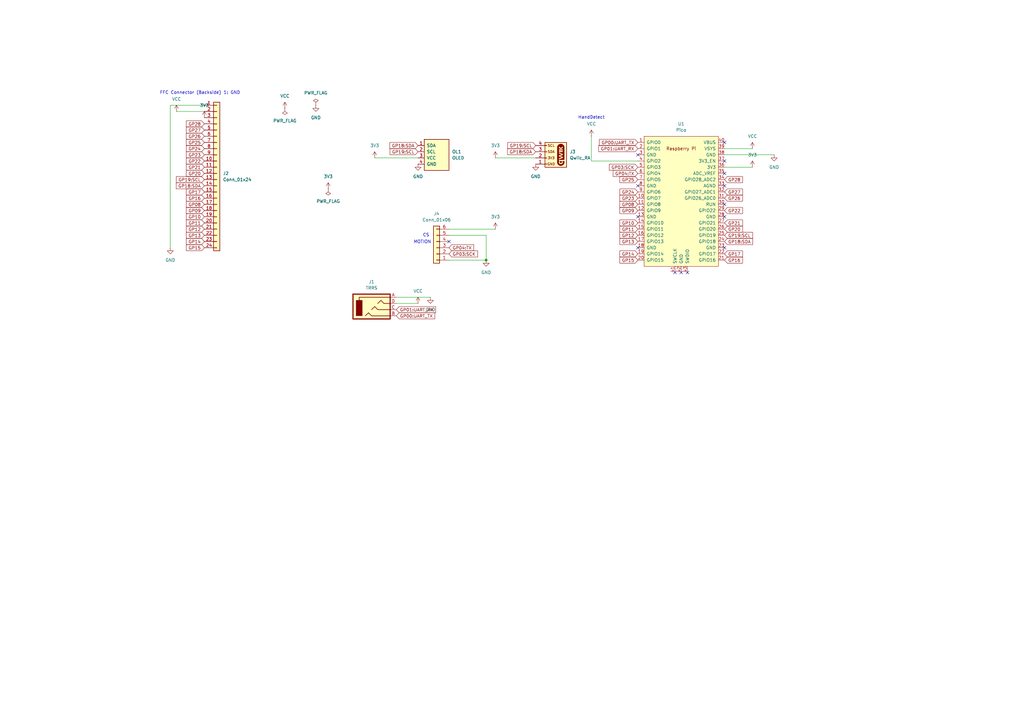
<source format=kicad_sch>
(kicad_sch (version 20250114) (generator "eeschema") (generator_version "9.0")
  (paper "A3")
  (lib_symbols
    (symbol "BrownSugar_KBD:OLED" (pin_names (offset 1.016))
      (property "Reference" "OL" (at 0 7.62 0))
      (property "Value" "OLED" (at 0 -7.62 0))
      (symbol "OLED_0_1"
        (rectangle (start -5.08 6.35) (end 5.08 -6.35) (stroke (width 0.254)) (fill (type background)))
      )
      (symbol "OLED_1_1"
        (pin bidirectional line (at -7.62 3.81 0) (length 2.54) (name "SDA") (number "1"))
        (pin bidirectional line (at -7.62 1.27 0) (length 2.54) (name "SCL") (number "2"))
        (pin power_in line (at -7.62 -1.27 0) (length 2.54) (name "VCC") (number "3"))
        (pin power_in line (at -7.62 -3.81 0) (length 2.54) (name "GND") (number "4"))
      )
    )
    (symbol "BrownSugar_KBD:TRRS" (pin_names (offset 1.016))
      (property "Reference" "J" (at 0 8.89 0))
      (property "Value" "TRRS" (at 0 6.35 0))
      (symbol "TRRS_0_1"
        (rectangle (start -7.62 5.08) (end 7.62 -5.08) (stroke (width 0.508)) (fill (type background)))
        (rectangle (start -6.35 2.54) (end -3.81 -3.81) (stroke (width 0.127)) (fill (type outline)))
        (polyline (pts (xy 7.62 3.81) (xy -5.08 3.81) (xy -5.08 2.54)) (stroke (width 0.254)))
        (polyline (pts (xy 7.62 1.27) (xy 5.08 1.27) (xy 3.81 2.54) (xy 2.54 1.27)) (stroke (width 0.254)))
        (polyline (pts (xy 7.62 -1.27) (xy 2.54 -1.27) (xy 1.27 0) (xy 0 -1.27)) (stroke (width 0.254)))
        (polyline (pts (xy 7.62 -3.81) (xy 0 -3.81) (xy -1.27 -2.54) (xy -2.54 -3.81)) (stroke (width 0.254)))
      )
      (symbol "TRRS_1_1"
        (pin bidirectional line (at 10.16 3.81 180) (length 2.54) (name "~") (number "A"))
        (pin bidirectional line (at 10.16 1.27 180) (length 2.54) (name "~") (number "D"))
        (pin bidirectional line (at 10.16 -1.27 180) (length 2.54) (name "~") (number "C"))
        (pin bidirectional line (at 10.16 -3.81 180) (length 2.54) (name "~") (number "B"))
      )
    )
    (symbol "Connector_Generic:Conn_01x06" (pin_names (offset 1.016) (hide yes))
      (property "Reference" "J" (at 0 7.62 0))
      (property "Value" "Conn_01x06" (at 0 -10.16 0))
      (symbol "Conn_01x06_1_1"
        (rectangle (start -1.27 6.35) (end 1.27 -8.89) (stroke (width 0.254)) (fill (type background)))
        (rectangle (start -1.27 5.207) (end 0 4.953) (stroke (width 0.1524)))
        (rectangle (start -1.27 2.667) (end 0 2.413) (stroke (width 0.1524)))
        (rectangle (start -1.27 0.127) (end 0 -0.127) (stroke (width 0.1524)))
        (rectangle (start -1.27 -2.413) (end 0 -2.667) (stroke (width 0.1524)))
        (rectangle (start -1.27 -4.953) (end 0 -5.207) (stroke (width 0.1524)))
        (rectangle (start -1.27 -7.493) (end 0 -7.747) (stroke (width 0.1524)))
        (pin passive line (at -5.08 5.08 0) (length 3.81) (name "Pin_1") (number "1"))
        (pin passive line (at -5.08 2.54 0) (length 3.81) (name "Pin_2") (number "2"))
        (pin passive line (at -5.08 0 0) (length 3.81) (name "Pin_3") (number "3"))
        (pin passive line (at -5.08 -2.54 0) (length 3.81) (name "Pin_4") (number "4"))
        (pin passive line (at -5.08 -5.08 0) (length 3.81) (name "Pin_5") (number "5"))
        (pin passive line (at -5.08 -7.62 0) (length 3.81) (name "Pin_6") (number "6"))
      )
    )
    (symbol "Connector_Generic:Conn_01x24" (pin_names (offset 1.016) (hide yes))
      (property "Reference" "J" (at 0 30.48 0))
      (property "Value" "Conn_01x24" (at 0 -33.02 0))
      (symbol "Conn_01x24_1_1"
        (rectangle (start -1.27 29.21) (end 1.27 -31.75) (stroke (width 0.254)) (fill (type background)))
        (rectangle (start -1.27 28.067) (end 0 27.813) (stroke (width 0.1524)))
        (rectangle (start -1.27 25.527) (end 0 25.273) (stroke (width 0.1524)))
        (rectangle (start -1.27 22.987) (end 0 22.733) (stroke (width 0.1524)))
        (rectangle (start -1.27 20.447) (end 0 20.193) (stroke (width 0.1524)))
        (rectangle (start -1.27 17.907) (end 0 17.653) (stroke (width 0.1524)))
        (rectangle (start -1.27 15.367) (end 0 15.113) (stroke (width 0.1524)))
        (rectangle (start -1.27 12.827) (end 0 12.573) (stroke (width 0.1524)))
        (rectangle (start -1.27 10.287) (end 0 10.033) (stroke (width 0.1524)))
        (rectangle (start -1.27 7.747) (end 0 7.493) (stroke (width 0.1524)))
        (rectangle (start -1.27 5.207) (end 0 4.953) (stroke (width 0.1524)))
        (rectangle (start -1.27 2.667) (end 0 2.413) (stroke (width 0.1524)))
        (rectangle (start -1.27 0.127) (end 0 -0.127) (stroke (width 0.1524)))
        (rectangle (start -1.27 -2.413) (end 0 -2.667) (stroke (width 0.1524)))
        (rectangle (start -1.27 -4.953) (end 0 -5.207) (stroke (width 0.1524)))
        (rectangle (start -1.27 -7.493) (end 0 -7.747) (stroke (width 0.1524)))
        (rectangle (start -1.27 -10.033) (end 0 -10.287) (stroke (width 0.1524)))
        (rectangle (start -1.27 -12.573) (end 0 -12.827) (stroke (width 0.1524)))
        (rectangle (start -1.27 -15.113) (end 0 -15.367) (stroke (width 0.1524)))
        (rectangle (start -1.27 -17.653) (end 0 -17.907) (stroke (width 0.1524)))
        (rectangle (start -1.27 -20.193) (end 0 -20.447) (stroke (width 0.1524)))
        (rectangle (start -1.27 -22.733) (end 0 -22.987) (stroke (width 0.1524)))
        (rectangle (start -1.27 -25.273) (end 0 -25.527) (stroke (width 0.1524)))
        (rectangle (start -1.27 -27.813) (end 0 -28.067) (stroke (width 0.1524)))
        (rectangle (start -1.27 -30.353) (end 0 -30.607) (stroke (width 0.1524)))
        (pin passive line (at -5.08 27.94 0) (length 3.81) (name "Pin_1") (number "1"))
        (pin passive line (at -5.08 25.4 0) (length 3.81) (name "Pin_2") (number "2"))
        (pin passive line (at -5.08 22.86 0) (length 3.81) (name "Pin_3") (number "3"))
        (pin passive line (at -5.08 20.32 0) (length 3.81) (name "Pin_4") (number "4"))
        (pin passive line (at -5.08 17.78 0) (length 3.81) (name "Pin_5") (number "5"))
        (pin passive line (at -5.08 15.24 0) (length 3.81) (name "Pin_6") (number "6"))
        (pin passive line (at -5.08 12.7 0) (length 3.81) (name "Pin_7") (number "7"))
        (pin passive line (at -5.08 10.16 0) (length 3.81) (name "Pin_8") (number "8"))
        (pin passive line (at -5.08 7.62 0) (length 3.81) (name "Pin_9") (number "9"))
        (pin passive line (at -5.08 5.08 0) (length 3.81) (name "Pin_10") (number "10"))
        (pin passive line (at -5.08 2.54 0) (length 3.81) (name "Pin_11") (number "11"))
        (pin passive line (at -5.08 0 0) (length 3.81) (name "Pin_12") (number "12"))
        (pin passive line (at -5.08 -2.54 0) (length 3.81) (name "Pin_13") (number "13"))
        (pin passive line (at -5.08 -5.08 0) (length 3.81) (name "Pin_14") (number "14"))
        (pin passive line (at -5.08 -7.62 0) (length 3.81) (name "Pin_15") (number "15"))
        (pin passive line (at -5.08 -10.16 0) (length 3.81) (name "Pin_16") (number "16"))
        (pin passive line (at -5.08 -12.7 0) (length 3.81) (name "Pin_17") (number "17"))
        (pin passive line (at -5.08 -15.24 0) (length 3.81) (name "Pin_18") (number "18"))
        (pin passive line (at -5.08 -17.78 0) (length 3.81) (name "Pin_19") (number "19"))
        (pin passive line (at -5.08 -20.32 0) (length 3.81) (name "Pin_20") (number "20"))
        (pin passive line (at -5.08 -22.86 0) (length 3.81) (name "Pin_21") (number "21"))
        (pin passive line (at -5.08 -25.4 0) (length 3.81) (name "Pin_22") (number "22"))
        (pin passive line (at -5.08 -27.94 0) (length 3.81) (name "Pin_23") (number "23"))
        (pin passive line (at -5.08 -30.48 0) (length 3.81) (name "Pin_24") (number "24"))
      )
    )
    (symbol "RPi_Pico:Pico" (pin_names (offset 1.016))
      (property "Reference" "U" (at -13.97 27.94 0))
      (property "Value" "Pico" (at 0 19.05 0))
      (symbol "Pico_0_0"
        (text "Raspberry Pi" (at 0 21.59 0) (effects (font (size 1.27 1.27))))
      )
      (symbol "Pico_0_1"
        (rectangle (start -15.24 26.67) (end 15.24 -26.67) (fill (type background)))
      )
      (symbol "Pico_1_1"
        (pin bidirectional line (at -17.78 24.13 0) (length 2.54) (name "GPIO0") (number "1"))
        (pin bidirectional line (at -17.78 21.59 0) (length 2.54) (name "GPIO1") (number "2"))
        (pin power_in line (at -17.78 19.05 0) (length 2.54) (name "GND") (number "3"))
        (pin bidirectional line (at -17.78 16.51 0) (length 2.54) (name "GPIO2") (number "4"))
        (pin bidirectional line (at -17.78 13.97 0) (length 2.54) (name "GPIO3") (number "5"))
        (pin bidirectional line (at -17.78 11.43 0) (length 2.54) (name "GPIO4") (number "6"))
        (pin bidirectional line (at -17.78 8.89 0) (length 2.54) (name "GPIO5") (number "7"))
        (pin power_in line (at -17.78 6.35 0) (length 2.54) (name "GND") (number "8"))
        (pin bidirectional line (at -17.78 3.81 0) (length 2.54) (name "GPIO6") (number "9"))
        (pin bidirectional line (at -17.78 1.27 0) (length 2.54) (name "GPIO7") (number "10"))
        (pin bidirectional line (at -17.78 -1.27 0) (length 2.54) (name "GPIO8") (number "11"))
        (pin bidirectional line (at -17.78 -3.81 0) (length 2.54) (name "GPIO9") (number "12"))
        (pin power_in line (at -17.78 -6.35 0) (length 2.54) (name "GND") (number "13"))
        (pin bidirectional line (at -17.78 -8.89 0) (length 2.54) (name "GPIO10") (number "14"))
        (pin bidirectional line (at -17.78 -11.43 0) (length 2.54) (name "GPIO11") (number "15"))
        (pin bidirectional line (at -17.78 -13.97 0) (length 2.54) (name "GPIO12") (number "16"))
        (pin bidirectional line (at -17.78 -16.51 0) (length 2.54) (name "GPIO13") (number "17"))
        (pin power_in line (at -17.78 -19.05 0) (length 2.54) (name "GND") (number "18"))
        (pin bidirectional line (at -17.78 -21.59 0) (length 2.54) (name "GPIO14") (number "19"))
        (pin bidirectional line (at -17.78 -24.13 0) (length 2.54) (name "GPIO15") (number "20"))
        (pin input line (at -2.54 -29.21 90) (length 2.54) (name "SWCLK") (number "41"))
        (pin power_in line (at 0 -29.21 90) (length 2.54) (name "GND") (number "42"))
        (pin bidirectional line (at 2.54 -29.21 90) (length 2.54) (name "SWDIO") (number "43"))
        (pin unspecified line (at 17.78 24.13 180) (length 2.54) (name "VBUS") (number "40"))
        (pin unspecified line (at 17.78 21.59 180) (length 2.54) (name "VSYS") (number "39"))
        (pin bidirectional line (at 17.78 19.05 180) (length 2.54) (name "GND") (number "38"))
        (pin input line (at 17.78 16.51 180) (length 2.54) (name "3V3_EN") (number "37"))
        (pin unspecified line (at 17.78 13.97 180) (length 2.54) (name "3V3") (number "36"))
        (pin unspecified line (at 17.78 11.43 180) (length 2.54) (name "ADC_VREF") (number "35"))
        (pin bidirectional line (at 17.78 8.89 180) (length 2.54) (name "GPIO28_ADC2") (number "34"))
        (pin power_in line (at 17.78 6.35 180) (length 2.54) (name "AGND") (number "33"))
        (pin bidirectional line (at 17.78 3.81 180) (length 2.54) (name "GPIO27_ADC1") (number "32"))
        (pin bidirectional line (at 17.78 1.27 180) (length 2.54) (name "GPIO26_ADC0") (number "31"))
        (pin input line (at 17.78 -1.27 180) (length 2.54) (name "RUN") (number "30"))
        (pin bidirectional line (at 17.78 -3.81 180) (length 2.54) (name "GPIO22") (number "29"))
        (pin power_in line (at 17.78 -6.35 180) (length 2.54) (name "GND") (number "28"))
        (pin bidirectional line (at 17.78 -8.89 180) (length 2.54) (name "GPIO21") (number "27"))
        (pin bidirectional line (at 17.78 -11.43 180) (length 2.54) (name "GPIO20") (number "26"))
        (pin bidirectional line (at 17.78 -13.97 180) (length 2.54) (name "GPIO19") (number "25"))
        (pin bidirectional line (at 17.78 -16.51 180) (length 2.54) (name "GPIO18") (number "24"))
        (pin power_in line (at 17.78 -19.05 180) (length 2.54) (name "GND") (number "23"))
        (pin bidirectional line (at 17.78 -21.59 180) (length 2.54) (name "GPIO17") (number "22"))
        (pin bidirectional line (at 17.78 -24.13 180) (length 2.54) (name "GPIO16") (number "21"))
      )
    )
    (symbol "SparkFun-Connector:Qwiic_Right_Angle" (pin_names (offset 1.016) (hide yes))
      (property "Reference" "J" (at 0 5.08 0))
      (property "Value" "Qwiic_RA" (at 0 -7.62 0))
      (symbol "Qwiic_Right_Angle_0_0"
        (polyline (pts (xy 5.6514 -4.1459) (xy 5.6299 -4.0654) (xy 5.5924 -3.9985) (xy 5.5373 -3.9428) (xy 5.4632 -3.8962) (xy 5.4394 -3.8843) (xy 5.402 -3.8678) (xy 5.3681 -3.8578) (xy 5.3294 -3.8521) (xy 5.2774 -3.8485) (xy 5.2184 -3.8474) (xy 5.1227 -3.8564) (xy 5.0405 -3.8803) (xy 4.9695 -3.9199) (xy 4.9078 -3.9759) (xy 4.8937 -3.9923) (xy 4.8535 -4.0549) (xy 4.8308 -4.124) (xy 4.8237 -4.2048) (xy 4.8239 -4.222) (xy 4.8343 -4.3011) (xy 4.8608 -4.3692) (xy 4.9051 -4.4308) (xy 4.9328 -4.4589) (xy 5.0009 -4.509) (xy 5.0793 -4.5424) (xy 5.1699 -4.5595) (xy 5.2745 -4.5612) (xy 5.3262 -4.5564) (xy 5.4199 -4.5347) (xy 5.4992 -4.4971) (xy 5.5638 -4.444) (xy 5.6131 -4.3757) (xy 5.6467 -4.2926) (xy 5.65 -4.2788) (xy 5.656 -4.2325) (xy 5.6563 -4.1875) (xy 5.6514 -4.1459)) (stroke (width 0.01)) (fill (type outline)))
        (polyline (pts (xy 6.6693 -0.6791) (xy 6.666 1.9332) (xy 6.6418 2.0386) (xy 6.6301 2.0866) (xy 6.5791 2.2527) (xy 6.5141 2.404) (xy 6.4337 2.5432) (xy 6.3364 2.673) (xy 6.2208 2.7959) (xy 6.1699 2.8428) (xy 6.0305 2.9527) (xy 5.8839 3.0422) (xy 5.7295 3.1115) (xy 5.5668 3.1608) (xy 5.3953 3.1902) (xy 5.2146 3.1999) (xy 5.1695 3.1994) (xy 5.0056 3.1868) (xy 4.8507 3.1568) (xy 4.7006 3.1083) (xy 4.5508 3.0404) (xy 4.5104 3.0187) (xy 4.3609 2.9237) (xy 4.2262 2.8129) (xy 4.1067 2.6872) (xy 4.0032 2.5475) (xy 3.9162 2.3947) (xy 3.8466 2.2295) (xy 3.7947 2.0528) (xy 3.7931 2.0453) (xy 3.7912 2.0356) (xy 3.7895 2.0242) (xy 3.7879 2.0106) (xy 3.7864 1.9938) (xy 3.785 1.9733) (xy 3.7837 1.9481) (xy 3.7825 1.9176) (xy 3.7815 1.8811) (xy 3.7805 1.8377) (xy 3.7796 1.7868) (xy 3.7789 1.7275) (xy 3.7781 1.6592) (xy 3.7775 1.5811) (xy 3.777 1.4925) (xy 3.7765 1.3925) (xy 3.7761 1.2805) (xy 3.7757 1.1557) (xy 3.7754 1.0174) (xy 3.7751 0.8648) (xy 3.7749 0.6972) (xy 3.7748 0.5138) (xy 3.7746 0.3139) (xy 3.7745 0.0967) (xy 3.7745 -0.1385) (xy 3.7744 -0.3925) (xy 3.7744 -0.666) (xy 3.7744 -0.9597) (xy 3.7744 -1.2744) (xy 3.7744 -4.5147) (xy 3.8041 -4.6318) (xy 3.8237 -4.7026) (xy 3.8837 -4.868) (xy 3.9606 -5.0206) (xy 4.0556 -5.1623) (xy 4.1695 -5.2947) (xy 4.2945 -5.4115) (xy 4.4355 -5.5159) (xy 4.5859 -5.6007) (xy 4.7459 -5.6661) (xy 4.916 -5.7122) (xy 5.0965 -5.7394) (xy 5.2571 -5.7442) (xy 5.4226 -5.7293) (xy 5.5891 -5.6949) (xy 5.7533 -5.6416) (xy 5.8236 -5.6121) (xy 5.9729 -5.5329) (xy 6.1112 -5.4365) (xy 6.237 -5.3244) (xy 6.3494 -5.1984) (xy 6.4469 -5.0601) (xy 6.5284 -4.9112) (xy 6.5926 -4.7532) (xy 6.6384 -4.5879) (xy 6.6645 -4.4168) (xy 6.6652 -4.405) (xy 6.6664 -4.3703) (xy 6.6676 -4.3199) (xy 6.6687 -4.2572) (xy 6.6696 -4.1859) (xy 6.6703 -4.1097) (xy 6.6721 -3.846) (xy 6.2655 -3.846) (xy 5.8589 -3.846) (xy 5.9219 -3.9104) (xy 5.9349 -3.9241) (xy 6.0001 -4.0112) (xy 6.0471 -4.1097) (xy 6.0754 -4.2189) (xy 6.085 -4.338) (xy 6.0781 -4.4509) (xy 6.0523 -4.5755) (xy 6.0066 -4.6941) (xy 5.952 -4.7864) (xy 5.8765 -4.8752) (xy 5.7858 -4.9517) (xy 5.6826 -5.0132) (xy 5.6313 -5.0372) (xy 5.5644 -5.0638) (xy 5.4981 -5.0834) (xy 5.4249 -5.0981) (xy 5.3375 -5.1098) (xy 5.2452 -5.1158) (xy 5.122 -5.1113) (xy 5.0004 -5.0938) (xy 4.8864 -5.0641) (xy 4.7856 -5.0232) (xy 4.6831 -4.9619) (xy 4.5878 -4.8817) (xy 4.5089 -4.7878) (xy 4.4472 -4.6811) (xy 4.4036 -4.5627) (xy 4.4031 -4.5611) (xy 4.3912 -4.4987) (xy 4.3845 -4.4244) (xy 4.3831 -4.3446) (xy 4.3869 -4.2661) (xy 4.3957 -4.1956) (xy 4.4094 -4.1396) (xy 4.4322 -4.082) (xy 4.485 -3.9879) (xy 4.5552 -3.9031) (xy 4.6109 -3.846) (xy 4.5052 -3.846) (xy 4.3996 -3.846) (xy 4.3996 -3.5687) (xy 4.3996 -3.2914) (xy 4.405 -3.2914) (xy 4.405 -3.2023) (xy 4.4021 -2.9296) (xy 4.4018 -2.8964) (xy 4.4015 -2.8076) (xy 4.4023 -2.7393) (xy 4.4041 -2.6908) (xy 4.407 -2.6611) (xy 4.4111 -2.6495) (xy 4.4137 -2.6484) (xy 4.434 -2.6418) (xy 4.4723 -2.6298) (xy 4.5268 -2.6132) (xy 4.5954 -2.5924) (xy 4.6761 -2.5683) (xy 4.767 -2.5412) (xy 4.866 -2.5118) (xy 4.9713 -2.4808) (xy 5.0173 -2.4672) (xy 5.119 -2.4369) (xy 5.2131 -2.4086) (xy 5.2977 -2.3828) (xy 5.3709 -2.3601) (xy 5.4307 -2.3411) (xy 5.4753 -2.3264) (xy 5.5029 -2.3166) (xy 5.5114 -2.3123) (xy 5.505 -2.3098) (xy 5.4796 -2.3016) (xy 5.4371 -2.2885) (xy 5.3794 -2.2711) (xy 5.3088 -2.2502) (xy 5.2275 -2.2264) (xy 5.1375 -2.2002) (xy 5.0411 -2.1724) (xy 4.9851 -2.1562) (xy 4.8864 -2.1278) (xy 4.7926 -2.1007) (xy 4.7062 -2.0757) (xy 4.63 -2.0536) (xy 4.5666 -2.0351) (xy 4.5187 -2.0211) (xy 4.4891 -2.0123) (xy 4.3992 -1.9852) (xy 4.4021 -1.7229) (xy 4.405 -1.4606) (xy 4.5844 -1.4084) (xy 4.6163 -1.3992) (xy 4.7739 -1.3533) (xy 4.9121 -1.3131) (xy 5.0321 -1.278) (xy 5.1352 -1.2478) (xy 5.2224 -1.2221) (xy 5.2951 -1.2004) (xy 5.3545 -1.1824) (xy 5.4018 -1.1676) (xy 5.4382 -1.1558) (xy 5.465 -1.1465) (xy 5.4834 -1.1392) (xy 5.4945 -1.1338) (xy 5.4997 -1.1296) (xy 5.5001 -1.1264) (xy 5.497 -1.1238) (xy 5.4915 -1.1214) (xy 5.4896 -1.1207) (xy 5.4687 -1.114) (xy 5.4296 -1.1019) (xy 5.3743 -1.0851) (xy 5.3049 -1.0643) (xy 5.2237 -1.04) (xy 5.1326 -1.013) (xy 5.0339 -0.9838) (xy 4.9297 -0.9531) (xy 4.3996 -0.7973) (xy 4.3996 -0.533) (xy 4.3997 -0.479) (xy 4.4004 -0.4111) (xy 4.4015 -0.3532) (xy 4.4029 -0.3082) (xy 4.4047 -0.279) (xy 4.4066 -0.2687) (xy 4.409 -0.2694) (xy 4.4284 -0.2761) (xy 4.4661 -0.2895) (xy 4.5204 -0.309) (xy 4.5899 -0.3341) (xy 4.6729 -0.3642) (xy 4.7681 -0.3988) (xy 4.8737 -0.4372) (xy 4.9883 -0.479) (xy 5.1104 -0.5236) (xy 5.2384 -0.5703) (xy 6.0632 -0.872) (xy 6.0632 -0.1926) (xy 5.2314 -0.1926) (xy 4.3996 -0.1926) (xy 4.3996 0.0793) (xy 4.3996 0.3511) (xy 5.2314 0.3511) (xy 6.0632 0.3511) (xy 6.0632 0.4598) (xy 5.2314 0.4598) (xy 4.3996 0.4598) (xy 4.3996 0.7317) (xy 4.3996 1.0035) (xy 5.2314 1.0035) (xy 5.2368 1.0035) (xy 5.2368 1.1177) (xy 5.1465 1.1192) (xy 5.0667 1.1248) (xy 4.9975 1.1357) (xy 4.9332 1.1532) (xy 4.8683 1.1784) (xy 4.7971 1.2126) (xy 4.7662 1.2298) (xy 4.6808 1.2903) (xy 4.6008 1.3651) (xy 4.5314 1.4489) (xy 4.4781 1.5363) (xy 4.4686 1.5557) (xy 4.4306 1.6462) (xy 4.4052 1.7353) (xy 4.3905 1.8304) (xy 4.385 1.9386) (xy 4.3833 2.0745) (xy 4.6089 2.0775) (xy 4.8345 2.0804) (xy 4.8348 1.9959) (xy 4.8368 1.9483) (xy 4.8488 1.8858) (xy 4.8738 1.8316) (xy 4.9144 1.7788) (xy 4.9734 1.7289) (xy 5.0458 1.6921) (xy 5.1277 1.6689) (xy 5.215 1.6593) (xy 5.3038 1.6635) (xy 5.3902 1.6815) (xy 5.4702 1.7136) (xy 5.54 1.7597) (xy 5.5733 1.7923) (xy 5.6073 1.844) (xy 5.628 1.9066) (xy 5.6372 1.9843) (xy 5.6418 2.0804) (xy 5.8607 2.0775) (xy 6.0795 2.0745) (xy 6.0811 1.9712) (xy 6.0811 1.9207) (xy 6.0739 1.8134) (xy 6.0554 1.7157) (xy 6.024 1.6204) (xy 5.9781 1.5204) (xy 5.9341 1.4457) (xy 5.8571 1.3499) (xy 5.7651 1.2695) (xy 5.6591 1.2056) (xy 5.6251 1.1892) (xy 5.5646 1.1627) (xy 5.5097 1.1435) (xy 5.4549 1.1305) (xy 5.3948 1.1226) (xy 5.3239 1.1188) (xy 5.2368 1.1177) (xy 5.2368 1.0035) (xy 6.0632 1.0035) (xy 6.0632 0.7317) (xy 6.0632 0.4598) (xy 6.0632 0.3511) (xy 6.0632 0.0793) (xy 6.0632 -0.1926) (xy 6.0632 -0.872) (xy 6.0632 -1.1439) (xy 6.0632 -1.4158) (xy 5.552 -1.5728) (xy 5.5357 -1.5778) (xy 5.4361 -1.6086) (xy 5.3436 -1.6376) (xy 5.2603 -1.6641) (xy 5.1881 -1.6874) (xy 5.129 -1.707) (xy 5.0848 -1.7222) (xy 5.0575 -1.7324) (xy 5.0491 -1.7369) (xy 5.0493 -1.737) (xy 5.0624 -1.742) (xy 5.094 -1.7527) (xy 5.1423 -1.7684) (xy 5.2051 -1.7886) (xy 5.2803 -1.8124) (xy 5.3659 -1.8394) (xy 5.46 -1.8688) (xy 5.5603 -1.9) (xy 6.0632 -2.0559) (xy 6.063 -2.3284) (xy 6.0628 -2.601) (xy 5.2339 -2.9017) (xy 4.405 -3.2023) (xy 4.405 -3.2914) (xy 5.5361 -3.2914) (xy 6.6725 -3.2914) (xy 6.6693 -0.6791)) (stroke (width 0.01)) (fill (type outline)))
      )
      (symbol "Qwiic_Right_Angle_1_1"
        (rectangle (start -1.27 3.81) (end 7.62 -6.35) (stroke (width 0.254)) (fill (type background)))
        (rectangle (start -1.27 2.667) (end -0.508 2.413) (stroke (width 0.1524)))
        (rectangle (start -1.27 0.127) (end -0.508 -0.127) (stroke (width 0.1524)))
        (rectangle (start -1.27 -2.413) (end -0.508 -2.667) (stroke (width 0.1524)))
        (rectangle (start -1.27 -4.953) (end -0.508 -5.207) (stroke (width 0.1524)))
        (text "SCL" (at 1.27 2.54 0) (effects (font (size 1 1))))
        (text "SDA" (at 1.27 0 0) (effects (font (size 1 1))))
        (text "3V3" (at 1.27 -2.54 0) (effects (font (size 1 1))))
        (text "GND" (at 1.27 -5.08 0) (effects (font (size 1 1))))
        (pin passive line (at -5.08 2.54 0) (length 3.81) (name "Pin_4") (number "4"))
        (pin passive line (at -5.08 0 0) (length 3.81) (name "Pin_3") (number "3"))
        (pin passive line (at -5.08 -2.54 0) (length 3.81) (name "Pin_2") (number "2"))
        (pin passive line (at -5.08 -5.08 0) (length 3.81) (name "Pin_1") (number "1"))
        (pin no_connect line (at 5.08 3.81 270) (length 2.54) (hide yes) (name "NC") (number "NC1"))
        (pin no_connect line (at 6.35 3.81 270) (length 2.54) (hide yes) (name "NC") (number "NC2"))
      )
    )
    (symbol "power:GND" (power) (pin_numbers (hide yes)) (pin_names (offset 0) (hide yes))
      (property "Value" "GND" (at 0 -3.81 0))
      (symbol "GND_0_1"
        (polyline (pts (xy 0 0) (xy 0 -1.27) (xy 1.27 -1.27) (xy 0 -2.54) (xy -1.27 -1.27) (xy 0 -1.27)))
      )
      (symbol "GND_1_1"
        (pin power_in line (at 0 0 270) (length 0) (name "~") (number "1"))
      )
    )
    (symbol "power:PWR_FLAG" (power) (pin_numbers (hide yes)) (pin_names (offset 0) (hide yes))
      (property "Value" "PWR_FLAG" (at 0 3.81 0))
      (symbol "PWR_FLAG_0_0"
        (pin power_out line (at 0 0 90) (length 0) (name "~") (number "1"))
      )
      (symbol "PWR_FLAG_0_1"
        (polyline (pts (xy 0 0) (xy 0 1.27) (xy -1.016 1.905) (xy 0 2.54) (xy 1.016 1.905) (xy 0 1.27)))
      )
    )
    (symbol "power:VCC" (power) (pin_numbers (hide yes)) (pin_names (offset 0) (hide yes))
      (property "Value" "VCC" (at 0 3.556 0))
      (symbol "VCC_0_1"
        (polyline (pts (xy -0.762 1.27) (xy 0 2.54)))
        (polyline (pts (xy 0 2.54) (xy 0.762 1.27)))
        (polyline (pts (xy 0 0) (xy 0 2.54)))
      )
      (symbol "VCC_1_1"
        (pin power_in line (at 0 0 90) (length 0) (name "~") (number "1"))
      )
    )
  )
  (text "CS" (at 174.752 96.52 0) (effects (font (size 1.27 1.27))))
  (text "FFC Connector (Backside) １: GND" (at 82.042 38.1 0) (effects (font (size 1.27 1.27))))
  (text "MOTION" (at 173.228 99.314 0) (effects (font (size 1.27 1.27))))
  (text "HandDetect" (at 242.57 48.26 0) (effects (font (size 1.27 1.27))))
  (junction (at 199.39 106.68))
  (no_connect (at 297.18 71.12))
  (no_connect (at 261.62 101.6))
  (no_connect (at 261.62 88.9))
  (no_connect (at 297.18 88.9))
  (no_connect (at 297.18 76.2))
  (no_connect (at 276.86 111.76))
  (no_connect (at 281.94 111.76))
  (no_connect (at 184.15 99.06))
  (no_connect (at 261.62 76.2))
  (no_connect (at 279.4 111.76))
  (no_connect (at 297.18 83.82))
  (no_connect (at 297.18 66.04))
  (no_connect (at 297.18 101.6))
  (no_connect (at 261.62 63.5))
  (no_connect (at 297.18 58.42))
  (wire (pts (xy 83.82 43.18) (xy 69.85 43.18)))
  (wire (pts (xy 171.45 124.46) (xy 162.56 124.46)))
  (wire (pts (xy 308.61 68.58) (xy 297.18 68.58)))
  (wire (pts (xy 176.53 121.92) (xy 162.56 121.92)))
  (wire (pts (xy 72.39 45.72) (xy 83.82 45.72)))
  (wire (pts (xy 297.18 63.5) (xy 317.5 63.5)))
  (wire (pts (xy 199.39 96.52) (xy 199.39 106.68)))
  (wire (pts (xy 242.57 55.88) (xy 242.57 66.04)))
  (wire (pts (xy 203.2 64.77) (xy 219.71 64.77)))
  (wire (pts (xy 69.85 43.18) (xy 69.85 101.6)))
  (wire (pts (xy 199.39 106.68) (xy 184.15 106.68)))
  (wire (pts (xy 153.67 64.77) (xy 171.45 64.77)))
  (wire (pts (xy 184.15 96.52) (xy 199.39 96.52)))
  (wire (pts (xy 203.2 93.98) (xy 184.15 93.98)))
  (wire (pts (xy 242.57 66.04) (xy 261.62 66.04)))
  (wire (pts (xy 308.61 60.96) (xy 297.18 60.96)))
  (global_label "GP03:SCK" (shape input) (at 261.62 68.58 180) (property "Intersheetrefs" "${INTERSHEET_REFS}" (effects (hide yes))))
  (global_label "GP17" (shape input) (at 297.18 104.14 0) (property "Intersheetrefs" "${INTERSHEET_REFS}" (effects (hide yes))))
  (global_label "GP14" (shape input) (at 83.82 99.06 180) (property "Intersheetrefs" "${INTERSHEET_REFS}" (effects (hide yes))))
  (global_label "GP10" (shape input) (at 261.62 91.44 180) (property "Intersheetrefs" "${INTERSHEET_REFS}" (effects (hide yes))))
  (global_label "GP12" (shape input) (at 83.82 93.98 180) (property "Intersheetrefs" "${INTERSHEET_REFS}" (effects (hide yes))))
  (global_label "GP13" (shape input) (at 83.82 96.52 180) (property "Intersheetrefs" "${INTERSHEET_REFS}" (effects (hide yes))))
  (global_label "GP10" (shape input) (at 83.82 88.9 180) (property "Intersheetrefs" "${INTERSHEET_REFS}" (effects (hide yes))))
  (global_label "GP27" (shape input) (at 83.82 53.34 180) (property "Intersheetrefs" "${INTERSHEET_REFS}" (effects (hide yes))))
  (global_label "GP16" (shape input) (at 83.82 81.28 180) (property "Intersheetrefs" "${INTERSHEET_REFS}" (effects (hide yes))))
  (global_label "GP22" (shape input) (at 297.18 86.36 0) (property "Intersheetrefs" "${INTERSHEET_REFS}" (effects (hide yes))))
  (global_label "GP08" (shape input) (at 261.62 83.82 180) (property "Intersheetrefs" "${INTERSHEET_REFS}" (effects (hide yes))))
  (global_label "GP21" (shape input) (at 83.82 68.58 180) (property "Intersheetrefs" "${INTERSHEET_REFS}" (effects (hide yes))))
  (global_label "GP20" (shape input) (at 297.18 93.98 0) (property "Intersheetrefs" "${INTERSHEET_REFS}" (effects (hide yes))))
  (global_label "GP09" (shape input) (at 83.82 86.36 180) (property "Intersheetrefs" "${INTERSHEET_REFS}" (effects (hide yes))))
  (global_label "GP23" (shape input) (at 261.62 81.28 180) (property "Intersheetrefs" "${INTERSHEET_REFS}" (effects (hide yes))))
  (global_label "GP00:UART_TX" (shape input) (at 162.56 129.54 0) (property "Intersheetrefs" "${INTERSHEET_REFS}" (effects (hide yes))))
  (global_label "GP13" (shape input) (at 261.62 99.06 180) (property "Intersheetrefs" "${INTERSHEET_REFS}" (effects (hide yes))))
  (global_label "GP22" (shape input) (at 83.82 66.04 180) (property "Intersheetrefs" "${INTERSHEET_REFS}" (effects (hide yes))))
  (global_label "GP01:UART_RX" (shape input) (at 162.56 127 0) (property "Intersheetrefs" "${INTERSHEET_REFS}" (effects (hide yes))))
  (global_label "GP14" (shape input) (at 261.62 104.14 180) (property "Intersheetrefs" "${INTERSHEET_REFS}" (effects (hide yes))))
  (global_label "GP03:SCK" (shape input) (at 184.15 104.14 0) (property "Intersheetrefs" "${INTERSHEET_REFS}" (effects (hide yes))))
  (global_label "GP19:SCL" (shape input) (at 297.18 96.52 0) (property "Intersheetrefs" "${INTERSHEET_REFS}" (effects (hide yes))))
  (global_label "GP15" (shape input) (at 83.82 101.6 180) (property "Intersheetrefs" "${INTERSHEET_REFS}" (effects (hide yes))))
  (global_label "GP20" (shape input) (at 83.82 71.12 180) (property "Intersheetrefs" "${INTERSHEET_REFS}" (effects (hide yes))))
  (global_label "GP17" (shape input) (at 83.82 78.74 180) (property "Intersheetrefs" "${INTERSHEET_REFS}" (effects (hide yes))))
  (global_label "GP25" (shape input) (at 261.62 73.66 180) (property "Intersheetrefs" "${INTERSHEET_REFS}" (effects (hide yes))))
  (global_label "GP04:TX" (shape input) (at 184.15 101.6 0) (property "Intersheetrefs" "${INTERSHEET_REFS}" (effects (hide yes))))
  (global_label "GP12" (shape input) (at 261.62 96.52 180) (property "Intersheetrefs" "${INTERSHEET_REFS}" (effects (hide yes))))
  (global_label "GP18:SDA" (shape input) (at 297.18 99.06 0) (property "Intersheetrefs" "${INTERSHEET_REFS}" (effects (hide yes))))
  (global_label "GP28" (shape input) (at 83.82 50.8 180) (property "Intersheetrefs" "${INTERSHEET_REFS}" (effects (hide yes))))
  (global_label "GP18:SDA" (shape input) (at 171.45 59.69 180) (property "Intersheetrefs" "${INTERSHEET_REFS}" (effects (hide yes))))
  (global_label "GP19:SCL" (shape input) (at 171.45 62.23 180) (property "Intersheetrefs" "${INTERSHEET_REFS}" (effects (hide yes))))
  (global_label "GP26" (shape input) (at 297.18 81.28 0) (property "Intersheetrefs" "${INTERSHEET_REFS}" (effects (hide yes))))
  (global_label "GP27" (shape input) (at 297.18 78.74 0) (property "Intersheetrefs" "${INTERSHEET_REFS}" (effects (hide yes))))
  (global_label "GP18:SDA" (shape input) (at 219.71 62.23 180) (property "Intersheetrefs" "${INTERSHEET_REFS}" (effects (hide yes))))
  (global_label "GP04:TX" (shape input) (at 261.62 71.12 180) (property "Intersheetrefs" "${INTERSHEET_REFS}" (effects (hide yes))))
  (global_label "GP19:SCL" (shape input) (at 219.71 59.69 180) (property "Intersheetrefs" "${INTERSHEET_REFS}" (effects (hide yes))))
  (global_label "GP15" (shape input) (at 261.62 106.68 180) (property "Intersheetrefs" "${INTERSHEET_REFS}" (effects (hide yes))))
  (global_label "GP09" (shape input) (at 261.62 86.36 180) (property "Intersheetrefs" "${INTERSHEET_REFS}" (effects (hide yes))))
  (global_label "GP19:SCL" (shape input) (at 83.82 73.66 180) (property "Intersheetrefs" "${INTERSHEET_REFS}" (effects (hide yes))))
  (global_label "GP16" (shape input) (at 297.18 106.68 0) (property "Intersheetrefs" "${INTERSHEET_REFS}" (effects (hide yes))))
  (global_label "GP01:UART_RX" (shape input) (at 261.62 60.96 180) (property "Intersheetrefs" "${INTERSHEET_REFS}" (effects (hide yes))))
  (global_label "GP08" (shape input) (at 83.82 83.82 180) (property "Intersheetrefs" "${INTERSHEET_REFS}" (effects (hide yes))))
  (global_label "GP21" (shape input) (at 297.18 91.44 0) (property "Intersheetrefs" "${INTERSHEET_REFS}" (effects (hide yes))))
  (global_label "GP28" (shape input) (at 297.18 73.66 0) (property "Intersheetrefs" "${INTERSHEET_REFS}" (effects (hide yes))))
  (global_label "GP11" (shape input) (at 261.62 93.98 180) (property "Intersheetrefs" "${INTERSHEET_REFS}" (effects (hide yes))))
  (global_label "GP11" (shape input) (at 83.82 91.44 180) (property "Intersheetrefs" "${INTERSHEET_REFS}" (effects (hide yes))))
  (global_label "GP24" (shape input) (at 83.82 60.96 180) (property "Intersheetrefs" "${INTERSHEET_REFS}" (effects (hide yes))))
  (global_label "GP00:UART_TX" (shape input) (at 261.62 58.42 180) (property "Intersheetrefs" "${INTERSHEET_REFS}" (effects (hide yes))))
  (global_label "GP26" (shape input) (at 83.82 55.88 180) (property "Intersheetrefs" "${INTERSHEET_REFS}" (effects (hide yes))))
  (global_label "GP24" (shape input) (at 261.62 78.74 180) (property "Intersheetrefs" "${INTERSHEET_REFS}" (effects (hide yes))))
  (global_label "GP25" (shape input) (at 83.82 58.42 180) (property "Intersheetrefs" "${INTERSHEET_REFS}" (effects (hide yes))))
  (global_label "GP23" (shape input) (at 83.82 63.5 180) (property "Intersheetrefs" "${INTERSHEET_REFS}" (effects (hide yes))))
  (global_label "GP18:SDA" (shape input) (at 83.82 76.2 180) (property "Intersheetrefs" "${INTERSHEET_REFS}" (effects (hide yes))))
  (symbol (lib_id "power:GND") (at 317.5 63.5 0) (unit 1)
    (property "Reference" "#PWR010" (effects (hide yes)))
    (property "Value" "GND" (at 317.5 68.58 0))
    (property "Description" "Power symbol creates a global label with name \"GND\" , ground" (effects (hide yes)))
  )
  (symbol (lib_id "power:GND") (at 199.39 106.68 0) (unit 1)
    (property "Reference" "#PWR013" (effects (hide yes)))
    (property "Value" "GND" (at 199.39 111.76 0))
    (property "Description" "Power symbol creates a global label with name \"GND\" , ground" (effects (hide yes)))
  )
  (symbol (lib_id "power:GND") (at 219.71 67.31 0) (unit 1)
    (property "Reference" "#PWR07" (effects (hide yes)))
    (property "Value" "GND" (at 219.71 72.39 0))
    (property "Description" "Power symbol creates a global label with name \"GND\" , ground" (effects (hide yes)))
  )
  (symbol (lib_id "SparkFun-Connector:Qwiic_Right_Angle") (at 224.79 62.23 0) (unit 1)
    (property "Reference" "J3" (at 233.68 62.2299 0) (effects (justify left)))
    (property "Value" "Qwiic_RA" (at 233.68 64.7699 0) (effects (justify left)))
    (property "Footprint" "SparkFun-Connector:JST_SMD_1.0mm-4_Black" (effects (hide yes)))
    (property "Datasheet" "https://www.jst-mfg.com/product/pdf/eng/eSH.pdf" (effects (hide yes)))
    (property "Description" "4 pin JST 1mm polarized connector for I2C" (effects (hide yes)))
    (property "PROD_ID" "CONN-13694" (effects (hide yes)))
  )
  (symbol (lib_id "power:VCC") (at 203.2 64.77 0) (unit 1)
    (property "Reference" "#PWR018" (effects (hide yes)))
    (property "Value" "3V3" (at 203.2 59.69 0))
    (property "Description" "Power symbol creates a global label with name \"VCC\"" (effects (hide yes)))
  )
  (symbol (lib_id "power:GND") (at 129.54 43.18 0) (unit 1)
    (property "Reference" "#PWR06" (effects (hide yes)))
    (property "Value" "GND" (at 129.54 48.26 0))
    (property "Description" "Power symbol creates a global label with name \"GND\" , ground" (effects (hide yes)))
  )
  (symbol (lib_id "power:VCC") (at 116.84 44.45 0) (unit 1)
    (property "Reference" "#PWR05" (effects (hide yes)))
    (property "Value" "VCC" (at 116.84 39.37 0))
    (property "Description" "Power symbol creates a global label with name \"VCC\"" (effects (hide yes)))
  )
  (symbol (lib_id "power:VCC") (at 72.39 45.72 0) (unit 1)
    (property "Reference" "#PWR02" (effects (hide yes)))
    (property "Value" "VCC" (at 72.39 40.64 0))
    (property "Description" "Power symbol creates a global label with name \"VCC\"" (effects (hide yes)))
  )
  (symbol (lib_id "Connector_Generic:Conn_01x06") (at 179.07 101.6 180) (unit 1)
    (property "Reference" "J4" (at 179.07 87.63 0))
    (property "Value" "Conn_01x06" (at 179.07 90.17 0))
    (property "Footprint" "Connector_FFC-FPC:Hirose_FH12-6S-0.5SH_1x06-1MP_P0.50mm_Horizontal" (effects (hide yes)))
    (property "Description" "Generic connector, single row, 01x06, script generated (kicad-library-utils/schlib/autogen/connector/)" (effects (hide yes)))
  )
  (symbol (lib_id "power:GND") (at 176.53 121.92 0) (unit 1)
    (property "Reference" "#PWR012" (effects (hide yes)))
    (property "Value" "GND" (at 176.53 127 0))
    (property "Description" "Power symbol creates a global label with name \"GND\" , ground" (effects (hide yes)))
  )
  (symbol (lib_id "power:PWR_FLAG") (at 116.84 44.45 180) (unit 1)
    (property "Reference" "#FLG01" (effects (hide yes)))
    (property "Value" "PWR_FLAG" (at 116.84 49.53 0))
    (property "Description" "Special symbol for telling ERC where power comes from" (effects (hide yes)))
  )
  (symbol (lib_id "power:GND") (at 171.45 67.31 0) (unit 1)
    (property "Reference" "#PWR09" (effects (hide yes)))
    (property "Value" "GND" (at 171.45 72.39 0))
    (property "Description" "Power symbol creates a global label with name \"GND\" , ground" (effects (hide yes)))
  )
  (symbol (lib_id "power:PWR_FLAG") (at 129.54 43.18 0) (unit 1)
    (property "Reference" "#FLG02" (effects (hide yes)))
    (property "Value" "PWR_FLAG" (at 129.54 38.1 0))
    (property "Description" "Special symbol for telling ERC where power comes from" (effects (hide yes)))
  )
  (symbol (lib_id "power:VCC") (at 171.45 124.46 0) (unit 1)
    (property "Reference" "#PWR011" (effects (hide yes)))
    (property "Value" "VCC" (at 171.45 119.38 0))
    (property "Description" "Power symbol creates a global label with name \"VCC\"" (effects (hide yes)))
  )
  (symbol (lib_id "RPi_Pico:Pico") (at 279.4 82.55 0) (unit 1)
    (property "Reference" "U1" (at 279.4 50.8 0))
    (property "Value" "Pico" (at 279.4 53.34 0))
    (property "Footprint" "Rikkodo_FootPrint:rkd_RPi_Pico_TH_NODBG" (effects (hide yes)))
  )
  (symbol (lib_id "power:VCC") (at 242.57 55.88 0) (unit 1)
    (property "Reference" "#PWR020" (effects (hide yes)))
    (property "Value" "VCC" (at 242.57 50.8 0))
    (property "Description" "Power symbol creates a global label with name \"VCC\"" (effects (hide yes)))
  )
  (symbol (lib_id "power:VCC") (at 153.67 64.77 0) (unit 1)
    (property "Reference" "#PWR015" (effects (hide yes)))
    (property "Value" "3V3" (at 153.67 59.69 0))
    (property "Description" "Power symbol creates a global label with name \"VCC\"" (effects (hide yes)))
  )
  (symbol (lib_id "power:PWR_FLAG") (at 134.62 77.47 180) (unit 1)
    (property "Reference" "#FLG03" (effects (hide yes)))
    (property "Value" "PWR_FLAG" (at 134.62 82.55 0))
    (property "Description" "Special symbol for telling ERC where power comes from" (effects (hide yes)))
  )
  (symbol (lib_id "power:GND") (at 69.85 101.6 0) (unit 1)
    (property "Reference" "#PWR01" (effects (hide yes)))
    (property "Value" "GND" (at 69.85 106.68 0))
    (property "Description" "Power symbol creates a global label with name \"GND\" , ground" (effects (hide yes)))
  )
  (symbol (lib_id "power:VCC") (at 83.82 48.26 0) (unit 1)
    (property "Reference" "#PWR016" (effects (hide yes)))
    (property "Value" "3V3" (at 83.82 43.18 0))
    (property "Description" "Power symbol creates a global label with name \"VCC\"" (effects (hide yes)))
  )
  (symbol (lib_id "Connector_Generic:Conn_01x24") (at 88.9 71.12 0) (unit 1)
    (property "Reference" "J2" (at 91.44 71.1199 0) (effects (justify left)))
    (property "Value" "Conn_01x24" (at 91.44 73.6599 0) (effects (justify left)))
    (property "Footprint" "Connector_FFC-FPC:Hirose_FH12-24S-0.5SH_1x24-1MP_P0.50mm_Horizontal" (effects (hide yes)))
    (property "Description" "Generic connector, single row, 01x24, script generated (kicad-library-utils/schlib/autogen/connector/)" (effects (hide yes)))
  )
  (symbol (lib_id "power:VCC") (at 203.2 93.98 0) (unit 1)
    (property "Reference" "#PWR019" (effects (hide yes)))
    (property "Value" "3V3" (at 203.2 88.9 0))
    (property "Description" "Power symbol creates a global label with name \"VCC\"" (effects (hide yes)))
  )
  (symbol (lib_id "BrownSugar_KBD:TRRS") (at 152.4 125.73 0) (unit 1)
    (property "Reference" "J1" (at 152.4 115.57 0))
    (property "Value" "TRRS" (at 152.4 118.11 0))
    (property "Footprint" "BrownSugar_KBD:TRRS_PJ-320A" (effects (hide yes)))
  )
  (symbol (lib_id "power:VCC") (at 134.62 77.47 0) (unit 1)
    (property "Reference" "#PWR014" (effects (hide yes)))
    (property "Value" "3V3" (at 134.62 72.39 0))
    (property "Description" "Power symbol creates a global label with name \"VCC\"" (effects (hide yes)))
  )
  (symbol (lib_id "BrownSugar_KBD:OLED") (at 179.07 63.5 0) (unit 1)
    (property "Reference" "OL1" (at 185.42 62.2299 0) (effects (justify left)))
    (property "Value" "OLED" (at 185.42 64.7699 0) (effects (justify left)))
    (property "Footprint" "BrownSugar_KBD:OLED_center_display" (effects (hide yes)))
  )
  (symbol (lib_id "power:VCC") (at 308.61 68.58 0) (unit 1)
    (property "Reference" "#PWR017" (effects (hide yes)))
    (property "Value" "3V3" (at 308.61 63.5 0))
    (property "Description" "Power symbol creates a global label with name \"VCC\"" (effects (hide yes)))
  )
  (symbol (lib_id "power:VCC") (at 308.61 60.96 0) (unit 1)
    (property "Reference" "#PWR08" (effects (hide yes)))
    (property "Value" "VCC" (at 308.61 55.88 0))
    (property "Description" "Power symbol creates a global label with name \"VCC\"" (effects (hide yes)))
  )
)
</source>
